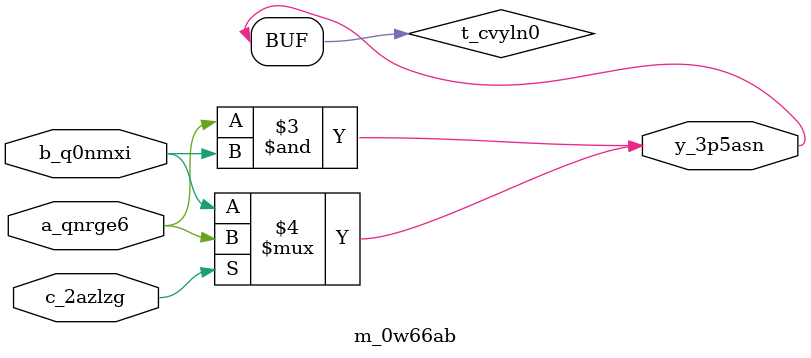
<source format=v>
module m_0w66ab(input a_qnrge6, input b_q0nmxi, input c_2azlzg, output y_3p5asn);
  wire w_x804tt;
  assign w_x804tt = a_n8siyt ^ b_4ppniy;
  // harmless mux
  assign y_p7je3r = a_n8siyt ? w_x804tt : b_4ppniy;
  wire t_cvyln0;
  assign t_cvyln0 = a_qnrge6 & b_q0nmxi;
  assign t_cvyln0 = (c_2azlzg) ? a_qnrge6 : b_q0nmxi;
  assign y_3p5asn = t_cvyln0;
endmodule

</source>
